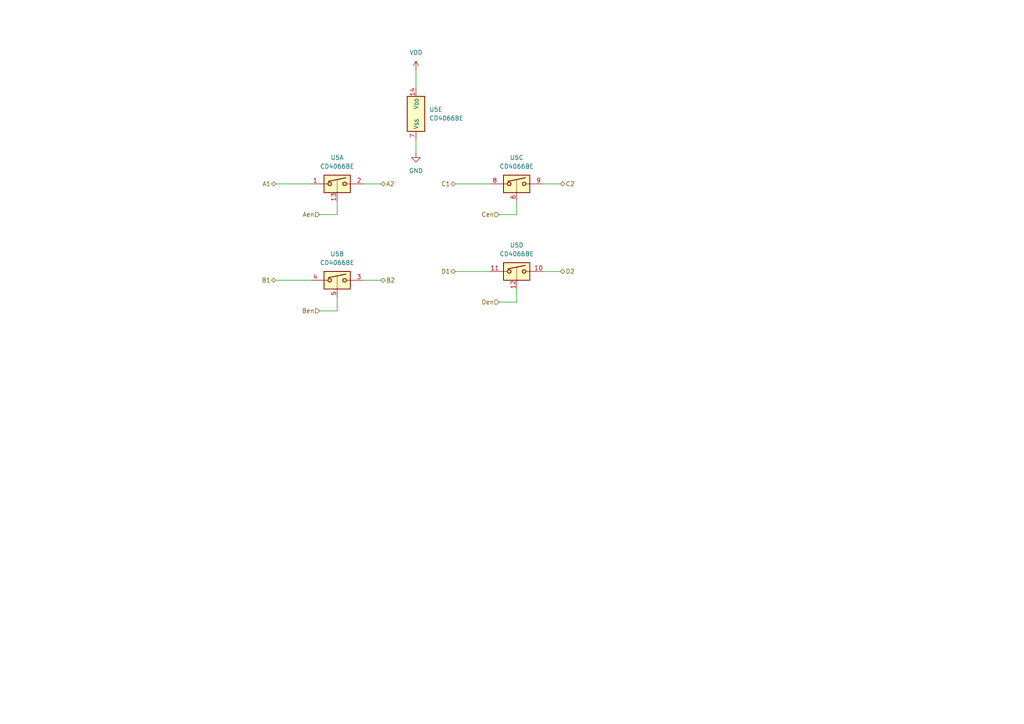
<source format=kicad_sch>
(kicad_sch (version 20250114) (generator "eeschema") (generator_version "9.0")
  (paper "A4")
  (lib_symbols
    (symbol "Analog_Switch:CD4066BE"
      (property "Reference" "U" (at -5.08 3.81 0))
      (property "Value" "CD4066BE" (at 7.62 3.81 0))
      (symbol "CD4066BE_1_1"
        (polyline (pts (xy -5.08 0) (xy -2.794 0)))
        (rectangle (start -3.81 2.54) (end 3.81 -2.54) (stroke (width 0.254)) (fill (type background)))
        (polyline (pts (xy -2.54 0.762) (xy 2.54 1.778)) (stroke (width 0.254)))
        (circle (center -2.159 0) (radius 0.508) (stroke (width 0.254)))
        (polyline (pts (xy 0 0.762) (xy 0 1.016)))
        (polyline (pts (xy 0 0.254) (xy 0 0.508)))
        (polyline (pts (xy 0 -0.254) (xy 0 0)))
        (polyline (pts (xy 0 -0.762) (xy 0 -0.508)))
        (polyline (pts (xy 0 -1.27) (xy 0 -1.016)))
        (polyline (pts (xy 0 -1.778) (xy 0 -1.524)))
        (polyline (pts (xy 0 -2.54) (xy 0 -2.032)))
        (circle (center 2.159 0) (radius 0.508) (stroke (width 0.254)))
        (polyline (pts (xy 5.08 0) (xy 2.794 0)))
        (pin bidirectional line (at -7.62 0 0) (length 2.54) (name "~") (number "1"))
        (pin input line (at 0 -5.08 90) (length 2.54) (name "~") (number "13"))
        (pin bidirectional line (at 7.62 0 180) (length 2.54) (name "~") (number "2"))
      )
      (symbol "CD4066BE_2_1"
        (polyline (pts (xy -5.08 0) (xy -2.794 0)))
        (rectangle (start -3.81 2.54) (end 3.81 -2.54) (stroke (width 0.254)) (fill (type background)))
        (polyline (pts (xy -2.54 0.762) (xy 2.54 1.778)) (stroke (width 0.254)))
        (circle (center -2.159 0) (radius 0.508) (stroke (width 0.254)))
        (polyline (pts (xy 0 0.762) (xy 0 1.016)))
        (polyline (pts (xy 0 0.254) (xy 0 0.508)))
        (polyline (pts (xy 0 -0.254) (xy 0 0)))
        (polyline (pts (xy 0 -0.762) (xy 0 -0.508)))
        (polyline (pts (xy 0 -1.27) (xy 0 -1.016)))
        (polyline (pts (xy 0 -1.778) (xy 0 -1.524)))
        (polyline (pts (xy 0 -2.54) (xy 0 -2.032)))
        (circle (center 2.159 0) (radius 0.508) (stroke (width 0.254)))
        (polyline (pts (xy 5.08 0) (xy 2.794 0)))
        (pin bidirectional line (at -7.62 0 0) (length 2.54) (name "~") (number "4"))
        (pin input line (at 0 -5.08 90) (length 2.54) (name "~") (number "5"))
        (pin bidirectional line (at 7.62 0 180) (length 2.54) (name "~") (number "3"))
      )
      (symbol "CD4066BE_3_1"
        (polyline (pts (xy -5.08 0) (xy -2.794 0)))
        (rectangle (start -3.81 2.54) (end 3.81 -2.54) (stroke (width 0.254)) (fill (type background)))
        (polyline (pts (xy -2.54 0.762) (xy 2.54 1.778)) (stroke (width 0.254)))
        (circle (center -2.159 0) (radius 0.508) (stroke (width 0.254)))
        (polyline (pts (xy 0 0.762) (xy 0 1.016)))
        (polyline (pts (xy 0 0.254) (xy 0 0.508)))
        (polyline (pts (xy 0 -0.254) (xy 0 0)))
        (polyline (pts (xy 0 -0.762) (xy 0 -0.508)))
        (polyline (pts (xy 0 -1.27) (xy 0 -1.016)))
        (polyline (pts (xy 0 -1.778) (xy 0 -1.524)))
        (polyline (pts (xy 0 -2.54) (xy 0 -2.032)))
        (circle (center 2.159 0) (radius 0.508) (stroke (width 0.254)))
        (polyline (pts (xy 5.08 0) (xy 2.794 0)))
        (pin bidirectional line (at -7.62 0 0) (length 2.54) (name "~") (number "8"))
        (pin input line (at 0 -5.08 90) (length 2.54) (name "~") (number "6"))
        (pin bidirectional line (at 7.62 0 180) (length 2.54) (name "~") (number "9"))
      )
      (symbol "CD4066BE_4_1"
        (polyline (pts (xy -5.08 0) (xy -2.794 0)))
        (rectangle (start -3.81 2.54) (end 3.81 -2.54) (stroke (width 0.254)) (fill (type background)))
        (polyline (pts (xy -2.54 0.762) (xy 2.54 1.778)) (stroke (width 0.254)))
        (circle (center -2.159 0) (radius 0.508) (stroke (width 0.254)))
        (polyline (pts (xy 0 0.762) (xy 0 1.016)))
        (polyline (pts (xy 0 0.254) (xy 0 0.508)))
        (polyline (pts (xy 0 -0.254) (xy 0 0)))
        (polyline (pts (xy 0 -0.762) (xy 0 -0.508)))
        (polyline (pts (xy 0 -1.27) (xy 0 -1.016)))
        (polyline (pts (xy 0 -1.778) (xy 0 -1.524)))
        (polyline (pts (xy 0 -2.54) (xy 0 -2.032)))
        (circle (center 2.159 0) (radius 0.508) (stroke (width 0.254)))
        (polyline (pts (xy 5.08 0) (xy 2.794 0)))
        (pin bidirectional line (at -7.62 0 0) (length 2.54) (name "~") (number "11"))
        (pin input line (at 0 -5.08 90) (length 2.54) (name "~") (number "12"))
        (pin bidirectional line (at 7.62 0 180) (length 2.54) (name "~") (number "10"))
      )
      (symbol "CD4066BE_5_1"
        (rectangle (start -2.54 5.08) (end 2.54 -5.08) (stroke (width 0.254)) (fill (type background)))
        (pin power_in line (at 0 7.62 270) (length 2.54) (name "V_{DD}") (number "14"))
        (pin power_in line (at 0 -7.62 90) (length 2.54) (name "V_{SS}") (number "7"))
      )
    )
    (symbol "power:GND" (power) (pin_numbers (hide yes)) (pin_names (offset 0) (hide yes))
      (property "Value" "GND" (at 0 -3.81 0))
      (symbol "GND_0_1"
        (polyline (pts (xy 0 0) (xy 0 -1.27) (xy 1.27 -1.27) (xy 0 -2.54) (xy -1.27 -1.27) (xy 0 -1.27)))
      )
      (symbol "GND_1_1"
        (pin power_in line (at 0 0 270) (length 0) (name "~") (number "1"))
      )
    )
    (symbol "power:VDD" (power) (pin_numbers (hide yes)) (pin_names (offset 0) (hide yes))
      (property "Value" "VDD" (at 0 3.556 0))
      (symbol "VDD_0_1"
        (polyline (pts (xy -0.762 1.27) (xy 0 2.54)))
        (polyline (pts (xy 0 2.54) (xy 0.762 1.27)))
        (polyline (pts (xy 0 0) (xy 0 2.54)))
      )
      (symbol "VDD_1_1"
        (pin power_in line (at 0 0 90) (length 0) (name "~") (number "1"))
      )
    )
  )
  (wire (pts (xy 92.71 62.23) (xy 97.79 62.23)))
  (wire (pts (xy 120.65 20.32) (xy 120.65 25.4)))
  (wire (pts (xy 92.71 90.17) (xy 97.79 90.17)))
  (wire (pts (xy 157.48 53.34) (xy 162.56 53.34)))
  (wire (pts (xy 132.08 53.34) (xy 142.24 53.34)))
  (wire (pts (xy 80.01 53.34) (xy 90.17 53.34)))
  (wire (pts (xy 105.41 53.34) (xy 110.49 53.34)))
  (wire (pts (xy 80.01 81.28) (xy 90.17 81.28)))
  (wire (pts (xy 144.78 87.63) (xy 149.86 87.63)))
  (wire (pts (xy 132.08 78.74) (xy 142.24 78.74)))
  (wire (pts (xy 120.65 40.64) (xy 120.65 44.45)))
  (wire (pts (xy 149.86 83.82) (xy 149.86 87.63)))
  (wire (pts (xy 149.86 58.42) (xy 149.86 62.23)))
  (wire (pts (xy 105.41 81.28) (xy 110.49 81.28)))
  (wire (pts (xy 144.78 62.23) (xy 149.86 62.23)))
  (wire (pts (xy 97.79 58.42) (xy 97.79 62.23)))
  (wire (pts (xy 97.79 86.36) (xy 97.79 90.17)))
  (wire (pts (xy 157.48 78.74) (xy 162.56 78.74)))
  (hierarchical_label "Cen" (shape input) (at 144.78 62.23 180))
  (hierarchical_label "A2" (shape bidirectional) (at 110.49 53.34 0))
  (hierarchical_label "D1" (shape bidirectional) (at 132.08 78.74 180))
  (hierarchical_label "B1" (shape bidirectional) (at 80.01 81.28 180))
  (hierarchical_label "Ben" (shape input) (at 92.71 90.17 180))
  (hierarchical_label "D2" (shape bidirectional) (at 162.56 78.74 0))
  (hierarchical_label "C1" (shape bidirectional) (at 132.08 53.34 180))
  (hierarchical_label "A1" (shape bidirectional) (at 80.01 53.34 180))
  (hierarchical_label "Aen" (shape input) (at 92.71 62.23 180))
  (hierarchical_label "Den" (shape input) (at 144.78 87.63 180))
  (hierarchical_label "B2" (shape bidirectional) (at 110.49 81.28 0))
  (hierarchical_label "C2" (shape bidirectional) (at 162.56 53.34 0))
  (symbol (lib_id "Analog_Switch:CD4066BE") (at 97.79 81.28 0) (unit 2)
    (property "Reference" "U5" (at 97.79 73.66 0))
    (property "Value" "CD4066BE" (at 97.79 76.2 0))
    (property "Footprint" "Package_DIP:DIP-14_W7.62mm" (effects (hide yes)))
    (property "Datasheet" "https://www.ti.com/lit/ds/symlink/cd4066b.pdf" (effects (hide yes)))
    (property "Description" "Quad 20V analog SPST 1:1 switch, DIP-14" (effects (hide yes)))
  )
  (symbol (lib_id "power:GND") (at 120.65 44.45 0) (unit 1)
    (property "Reference" "#PWR024" (effects (hide yes)))
    (property "Value" "GND" (at 120.65 49.53 0))
    (property "Description" "Power symbol creates a global label with name \"GND\" , ground" (effects (hide yes)))
  )
  (symbol (lib_id "Analog_Switch:CD4066BE") (at 149.86 53.34 0) (unit 3)
    (property "Reference" "U5" (at 149.86 45.72 0))
    (property "Value" "CD4066BE" (at 149.86 48.26 0))
    (property "Footprint" "Package_DIP:DIP-14_W7.62mm" (effects (hide yes)))
    (property "Datasheet" "https://www.ti.com/lit/ds/symlink/cd4066b.pdf" (effects (hide yes)))
    (property "Description" "Quad 20V analog SPST 1:1 switch, DIP-14" (effects (hide yes)))
  )
  (symbol (lib_id "Analog_Switch:CD4066BE") (at 97.79 53.34 0) (unit 1)
    (property "Reference" "U5" (at 97.79 45.72 0))
    (property "Value" "CD4066BE" (at 97.79 48.26 0))
    (property "Footprint" "Package_DIP:DIP-14_W7.62mm" (effects (hide yes)))
    (property "Datasheet" "https://www.ti.com/lit/ds/symlink/cd4066b.pdf" (effects (hide yes)))
    (property "Description" "Quad 20V analog SPST 1:1 switch, DIP-14" (effects (hide yes)))
  )
  (symbol (lib_id "power:VDD") (at 120.65 20.32 0) (unit 1)
    (property "Reference" "#PWR023" (effects (hide yes)))
    (property "Value" "VDD" (at 120.65 15.24 0))
    (property "Description" "Power symbol creates a global label with name \"VDD\"" (effects (hide yes)))
  )
  (symbol (lib_id "Analog_Switch:CD4066BE") (at 120.65 33.02 0) (unit 5)
    (property "Reference" "U5" (at 124.46 31.7499 0) (effects (justify left)))
    (property "Value" "CD4066BE" (at 124.46 34.2899 0) (effects (justify left)))
    (property "Footprint" "Package_DIP:DIP-14_W7.62mm" (effects (hide yes)))
    (property "Datasheet" "https://www.ti.com/lit/ds/symlink/cd4066b.pdf" (effects (hide yes)))
    (property "Description" "Quad 20V analog SPST 1:1 switch, DIP-14" (effects (hide yes)))
  )
  (symbol (lib_id "Analog_Switch:CD4066BE") (at 149.86 78.74 0) (unit 4)
    (property "Reference" "U5" (at 149.86 71.12 0))
    (property "Value" "CD4066BE" (at 149.86 73.66 0))
    (property "Footprint" "Package_DIP:DIP-14_W7.62mm" (effects (hide yes)))
    (property "Datasheet" "https://www.ti.com/lit/ds/symlink/cd4066b.pdf" (effects (hide yes)))
    (property "Description" "Quad 20V analog SPST 1:1 switch, DIP-14" (effects (hide yes)))
  )
)
</source>
